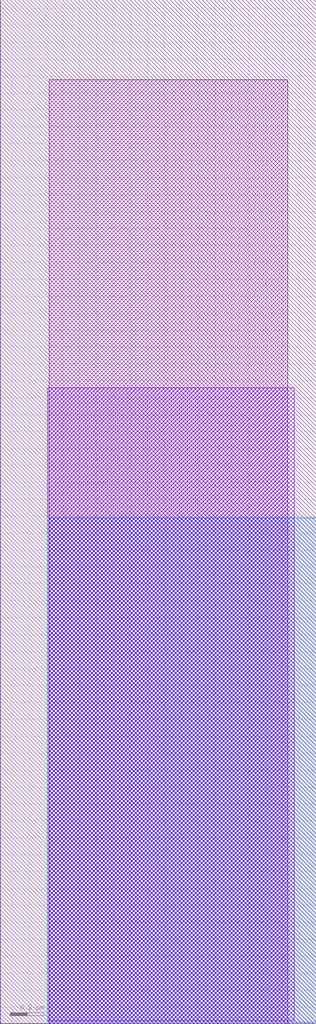
<source format=lef>
VERSION 5.7 ;
  NOWIREEXTENSIONATPIN ON ;
  DIVIDERCHAR "/" ;
  BUSBITCHARS "[]" ;
UNITS
  DATABASE MICRONS 200 ;
END UNITS

LAYER via2
  TYPE CUT ;
END via2

LAYER via
  TYPE CUT ;
END via

LAYER nwell
  TYPE MASTERSLICE ;
END nwell

LAYER via3
  TYPE CUT ;
END via3

LAYER pwell
  TYPE MASTERSLICE ;
END pwell

LAYER via4
  TYPE CUT ;
END via4

LAYER mcon
  TYPE CUT ;
END mcon

LAYER met6
  TYPE ROUTING ;
  WIDTH 0.030000 ;
  SPACING 0.040000 ;
  DIRECTION HORIZONTAL ;
END met6

LAYER met1
  TYPE ROUTING ;
  WIDTH 0.140000 ;
  SPACING 0.140000 ;
  DIRECTION HORIZONTAL ;
END met1

LAYER met3
  TYPE ROUTING ;
  WIDTH 0.300000 ;
  SPACING 0.300000 ;
  DIRECTION HORIZONTAL ;
END met3

LAYER met2
  TYPE ROUTING ;
  WIDTH 0.140000 ;
  SPACING 0.140000 ;
  DIRECTION HORIZONTAL ;
END met2

LAYER met4
  TYPE ROUTING ;
  WIDTH 0.300000 ;
  SPACING 0.300000 ;
  DIRECTION HORIZONTAL ;
END met4

LAYER met5
  TYPE ROUTING ;
  WIDTH 1.600000 ;
  SPACING 1.600000 ;
  DIRECTION HORIZONTAL ;
END met5

LAYER li1
  TYPE ROUTING ;
  WIDTH 0.170000 ;
  SPACING 0.170000 ;
  DIRECTION HORIZONTAL ;
END li1

MACRO sky130_hilas_pTransistorPair
  CLASS BLOCK ;
  FOREIGN sky130_hilas_pTransistorPair ;
  ORIGIN -1.330 4.400 ;
  SIZE 1.870 BY 6.050 ;
  OBS
      LAYER li1 ;
        RECT 1.620 -4.400 3.030 1.180 ;
      LAYER met1 ;
        RECT 1.610 -4.380 3.070 -0.640 ;
      LAYER met2 ;
        RECT 1.610 -4.390 3.200 -1.410 ;
  END
END sky130_hilas_pTransistorPair
END LIBRARY


</source>
